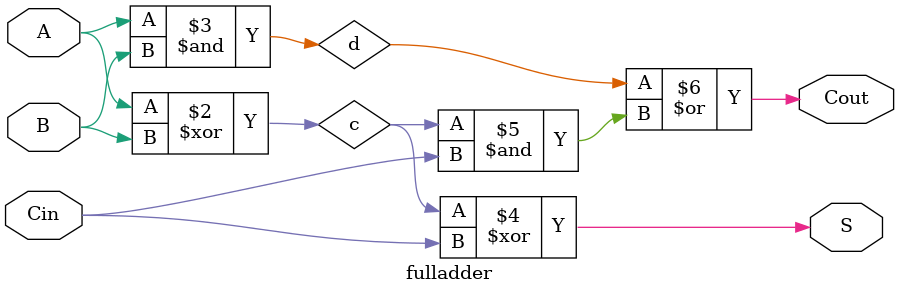
<source format=sv>
module fulladder(
		input logic Cin,A,B,
		output S,Cout
);

	logic c,d;
	
	always_comb
	 begin 
	   c=A^B;
		d=A&B;
		
		S=c^Cin;
		Cout=d|(c&Cin);
	end
		
endmodule
	
</source>
